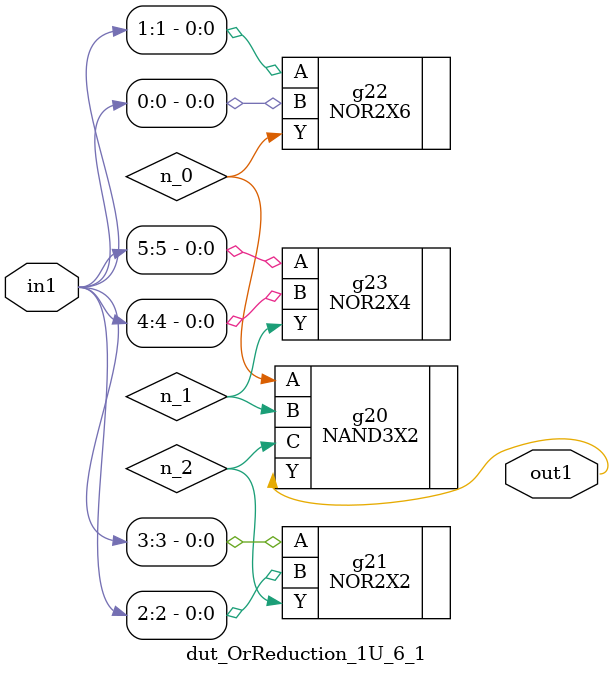
<source format=v>
`timescale 1ps / 1ps


module dut_OrReduction_1U_6_1(in1, out1);
  input [5:0] in1;
  output out1;
  wire [5:0] in1;
  wire out1;
  wire n_0, n_1, n_2;
  NAND3X2 g20(.A (n_0), .B (n_1), .C (n_2), .Y (out1));
  NOR2X2 g21(.A (in1[3]), .B (in1[2]), .Y (n_2));
  NOR2X4 g23(.A (in1[5]), .B (in1[4]), .Y (n_1));
  NOR2X6 g22(.A (in1[1]), .B (in1[0]), .Y (n_0));
endmodule


</source>
